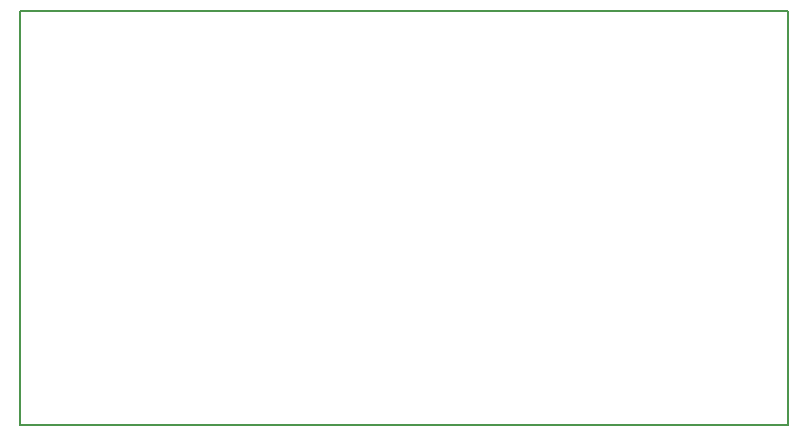
<source format=gbr>
G04 #@! TF.FileFunction,Profile,NP*
%FSLAX46Y46*%
G04 Gerber Fmt 4.6, Leading zero omitted, Abs format (unit mm)*
G04 Created by KiCad (PCBNEW 4.0.6) date 05/07/18 15:35:04*
%MOMM*%
%LPD*%
G01*
G04 APERTURE LIST*
%ADD10C,0.100000*%
%ADD11C,0.150000*%
G04 APERTURE END LIST*
D10*
D11*
X100000000Y-135000000D02*
X100000000Y-100000000D01*
X165000000Y-135000000D02*
X100000000Y-135000000D01*
X165000000Y-100000000D02*
X165000000Y-135000000D01*
X100000000Y-100000000D02*
X165000000Y-100000000D01*
M02*

</source>
